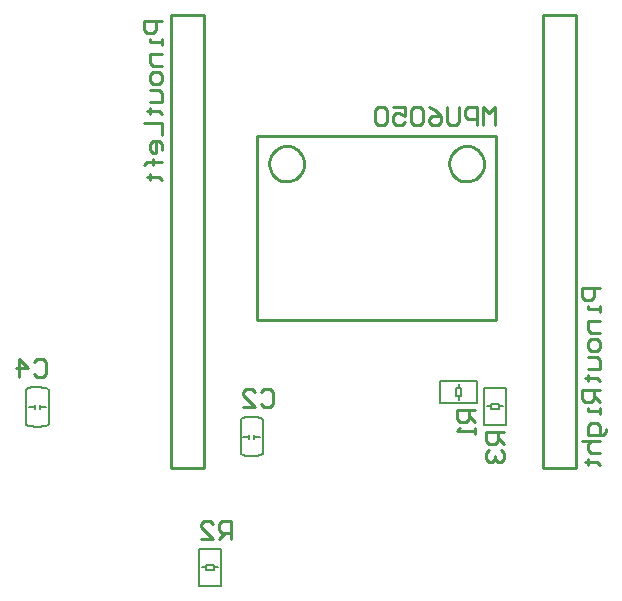
<source format=gbo>
G04*
G04 #@! TF.GenerationSoftware,Altium Limited,Altium Designer,18.1.1 (9)*
G04*
G04 Layer_Color=32896*
%FSLAX44Y44*%
%MOMM*%
G71*
G01*
G75*
%ADD10C,0.2540*%
%ADD46C,0.1520*%
%ADD47C,0.1524*%
D10*
X325180Y412750D02*
X324964Y415285D01*
X324323Y417747D01*
X323275Y420065D01*
X321851Y422173D01*
X320090Y424010D01*
X318045Y425523D01*
X315773Y426668D01*
X313340Y427413D01*
X310817Y427737D01*
X308275Y427629D01*
X305788Y427093D01*
X303427Y426144D01*
X301261Y424810D01*
X299351Y423129D01*
X297752Y421150D01*
X296512Y418928D01*
X295664Y416530D01*
X295234Y414022D01*
Y411478D01*
X295664Y408970D01*
X296512Y406572D01*
X297752Y404350D01*
X299351Y402371D01*
X301261Y400690D01*
X303427Y399356D01*
X305788Y398408D01*
X308275Y397872D01*
X310817Y397763D01*
X313340Y398087D01*
X315773Y398832D01*
X318045Y399977D01*
X320090Y401490D01*
X321851Y403327D01*
X323275Y405435D01*
X324323Y407753D01*
X324964Y410215D01*
X325180Y412750D01*
X477580D02*
X477364Y415285D01*
X476723Y417747D01*
X475675Y420065D01*
X474250Y422173D01*
X472490Y424010D01*
X470445Y425523D01*
X468173Y426668D01*
X465740Y427413D01*
X463217Y427737D01*
X460675Y427629D01*
X458188Y427093D01*
X455827Y426144D01*
X453661Y424810D01*
X451751Y423129D01*
X450152Y421150D01*
X448912Y418928D01*
X448064Y416530D01*
X447634Y414022D01*
Y411478D01*
X448064Y408970D01*
X448912Y406572D01*
X450152Y404350D01*
X451751Y402371D01*
X453661Y400690D01*
X455827Y399356D01*
X458188Y398408D01*
X460675Y397872D01*
X463217Y397763D01*
X465740Y398087D01*
X468173Y398832D01*
X470445Y399977D01*
X472490Y401490D01*
X474251Y403327D01*
X475675Y405435D01*
X476723Y407753D01*
X477364Y410215D01*
X477580Y412750D01*
X284780Y436270D02*
X487380D01*
Y280670D02*
Y436270D01*
X284780Y280670D02*
Y436270D01*
Y280670D02*
X487380D01*
X212090Y154940D02*
Y538480D01*
Y154940D02*
X240030D01*
Y538480D01*
X212090D02*
X240030D01*
X527050Y154940D02*
Y538480D01*
Y154940D02*
X554990D01*
Y538480D01*
X527050D02*
X554990D01*
X486156Y445262D02*
Y460497D01*
X481078Y455419D01*
X475999Y460497D01*
Y445262D01*
X470921D02*
Y460497D01*
X463303D01*
X460764Y457958D01*
Y452879D01*
X463303Y450340D01*
X470921D01*
X455686Y460497D02*
Y447801D01*
X453147Y445262D01*
X448068D01*
X445529Y447801D01*
Y460497D01*
X430294D02*
X435372Y457958D01*
X440451Y452879D01*
Y447801D01*
X437912Y445262D01*
X432833D01*
X430294Y447801D01*
Y450340D01*
X432833Y452879D01*
X440451D01*
X425216Y457958D02*
X422677Y460497D01*
X417598D01*
X415059Y457958D01*
Y447801D01*
X417598Y445262D01*
X422677D01*
X425216Y447801D01*
Y457958D01*
X399824Y460497D02*
X409981D01*
Y452879D01*
X404902Y455419D01*
X402363D01*
X399824Y452879D01*
Y447801D01*
X402363Y445262D01*
X407441D01*
X409981Y447801D01*
X394746Y457958D02*
X392206Y460497D01*
X387128D01*
X384589Y457958D01*
Y447801D01*
X387128Y445262D01*
X392206D01*
X394746Y447801D01*
Y457958D01*
X494030Y185420D02*
X478795D01*
Y177803D01*
X481334Y175263D01*
X486413D01*
X488952Y177803D01*
Y185420D01*
Y180342D02*
X494030Y175263D01*
X481334Y170185D02*
X478795Y167646D01*
Y162567D01*
X481334Y160028D01*
X483873D01*
X486413Y162567D01*
Y165107D01*
Y162567D01*
X488952Y160028D01*
X491491D01*
X494030Y162567D01*
Y167646D01*
X491491Y170185D01*
X263144Y95030D02*
Y110265D01*
X255527D01*
X252987Y107726D01*
Y102647D01*
X255527Y100108D01*
X263144D01*
X258066D02*
X252987Y95030D01*
X237752D02*
X247909D01*
X237752Y105187D01*
Y107726D01*
X240291Y110265D01*
X245370D01*
X247909Y107726D01*
X469900Y204470D02*
X454665D01*
Y196852D01*
X457204Y194313D01*
X462282D01*
X464822Y196852D01*
Y204470D01*
Y199392D02*
X469900Y194313D01*
Y189235D02*
Y184157D01*
Y186696D01*
X454665D01*
X457204Y189235D01*
X575310Y307340D02*
X560075D01*
Y299722D01*
X562614Y297183D01*
X567692D01*
X570232Y299722D01*
Y307340D01*
X575310Y292105D02*
Y287027D01*
Y289566D01*
X565153D01*
Y292105D01*
X575310Y279409D02*
X565153D01*
Y271791D01*
X567692Y269252D01*
X575310D01*
Y261635D02*
Y256556D01*
X572771Y254017D01*
X567692D01*
X565153Y256556D01*
Y261635D01*
X567692Y264174D01*
X572771D01*
X575310Y261635D01*
X565153Y248939D02*
X572771D01*
X575310Y246400D01*
Y238782D01*
X565153D01*
X562614Y231165D02*
X565153D01*
Y233704D01*
Y228626D01*
Y231165D01*
X572771D01*
X575310Y228626D01*
Y221008D02*
X560075D01*
Y213390D01*
X562614Y210851D01*
X567692D01*
X570232Y213390D01*
Y221008D01*
Y215930D02*
X575310Y210851D01*
Y205773D02*
Y200695D01*
Y203234D01*
X565153D01*
Y205773D01*
X580388Y187999D02*
Y185459D01*
X577849Y182920D01*
X565153D01*
Y190538D01*
X567692Y193077D01*
X572771D01*
X575310Y190538D01*
Y182920D01*
X560075Y177842D02*
X575310D01*
X567692D01*
X565153Y175303D01*
Y170224D01*
X567692Y167685D01*
X575310D01*
X562614Y160068D02*
X565153D01*
Y162607D01*
Y157528D01*
Y160068D01*
X572771D01*
X575310Y157528D01*
X204470Y533400D02*
X189235D01*
Y525783D01*
X191774Y523243D01*
X196852D01*
X199392Y525783D01*
Y533400D01*
X204470Y518165D02*
Y513087D01*
Y515626D01*
X194313D01*
Y518165D01*
X204470Y505469D02*
X194313D01*
Y497851D01*
X196852Y495312D01*
X204470D01*
Y487695D02*
Y482616D01*
X201931Y480077D01*
X196852D01*
X194313Y482616D01*
Y487695D01*
X196852Y490234D01*
X201931D01*
X204470Y487695D01*
X194313Y474999D02*
X201931D01*
X204470Y472460D01*
Y464842D01*
X194313D01*
X191774Y457225D02*
X194313D01*
Y459764D01*
Y454686D01*
Y457225D01*
X201931D01*
X204470Y454686D01*
X189235Y447068D02*
X204470D01*
Y436911D01*
Y424215D02*
Y429294D01*
X201931Y431833D01*
X196852D01*
X194313Y429294D01*
Y424215D01*
X196852Y421676D01*
X199392D01*
Y431833D01*
X204470Y414059D02*
X191774D01*
X196852D01*
Y416598D01*
Y411519D01*
Y414059D01*
X191774D01*
X189235Y411519D01*
X191774Y401363D02*
X194313D01*
Y403902D01*
Y398824D01*
Y401363D01*
X201931D01*
X204470Y398824D01*
X96523Y244852D02*
X99062Y247391D01*
X104141D01*
X106680Y244852D01*
Y234695D01*
X104141Y232156D01*
X99062D01*
X96523Y234695D01*
X83827Y232156D02*
Y247391D01*
X91445Y239774D01*
X81288D01*
X288293Y219552D02*
X290833Y222091D01*
X295911D01*
X298450Y219552D01*
Y209395D01*
X295911Y206856D01*
X290833D01*
X288293Y209395D01*
X273058Y206856D02*
X283215D01*
X273058Y217013D01*
Y219552D01*
X275597Y222091D01*
X280676D01*
X283215Y219552D01*
D46*
X89684Y191875D02*
X91969Y191128D01*
X94312Y190591D01*
X96694Y190269D01*
X99095Y190163D01*
X101496Y190275D01*
X103878Y190604D01*
X106219Y191147D01*
X108502Y191900D01*
X108483Y221969D02*
X106204Y222729D01*
X103866Y223279D01*
X101488Y223616D01*
X99089Y223737D01*
X96689Y223640D01*
X94308Y223326D01*
X91964Y222798D01*
X89678Y222061D01*
X271247Y166751D02*
X273526Y165991D01*
X275864Y165441D01*
X278242Y165104D01*
X280641Y164983D01*
X283041Y165080D01*
X285422Y165394D01*
X287766Y165922D01*
X290052Y166659D01*
X290046Y196845D02*
X287761Y197592D01*
X285418Y198129D01*
X283036Y198451D01*
X280634Y198557D01*
X278233Y198445D01*
X275852Y198116D01*
X273511Y197573D01*
X271228Y196820D01*
X108560Y221910D02*
X108560Y192010D01*
X89560Y191910D02*
Y222010D01*
X97310Y205260D02*
Y208760D01*
X91810Y207010D02*
X97310D01*
X101060D02*
X106560D01*
X101060Y205260D02*
Y208760D01*
X278670Y179960D02*
Y183460D01*
X273170Y181710D02*
X278670D01*
X282420D02*
X287920D01*
X282420Y179960D02*
Y183460D01*
X290170Y166710D02*
Y196810D01*
X271170Y196710D02*
X271170Y166810D01*
D47*
X455880Y222782D02*
Y226592D01*
Y222782D02*
X457912D01*
X453848D02*
X455880D01*
Y216432D02*
X457912D01*
X453848D02*
X455880D01*
Y212622D02*
Y216432D01*
X457912D02*
Y222782D01*
X453848Y216432D02*
Y222782D01*
X440132Y210336D02*
X471374D01*
Y228878D01*
X440132Y210336D02*
Y228878D01*
X471374D01*
X489652Y207458D02*
X493462D01*
X489652Y205426D02*
Y207458D01*
Y209490D01*
X483302Y205426D02*
Y207458D01*
Y209490D01*
X479492Y207458D02*
X483302D01*
Y205426D02*
X489652D01*
X483302Y209490D02*
X489652D01*
X477206Y191964D02*
Y223206D01*
Y191964D02*
X495748D01*
X477206Y223206D02*
X495748D01*
Y191964D02*
Y223206D01*
X248302Y70950D02*
X252112D01*
X248302Y68918D02*
Y70950D01*
Y72982D01*
X241952Y68918D02*
Y70950D01*
Y72982D01*
X238142Y70950D02*
X241952D01*
Y68918D02*
X248302D01*
X241952Y72982D02*
X248302D01*
X235856Y55456D02*
Y86698D01*
Y55456D02*
X254398D01*
X235856Y86698D02*
X254398D01*
Y55456D02*
Y86698D01*
M02*

</source>
